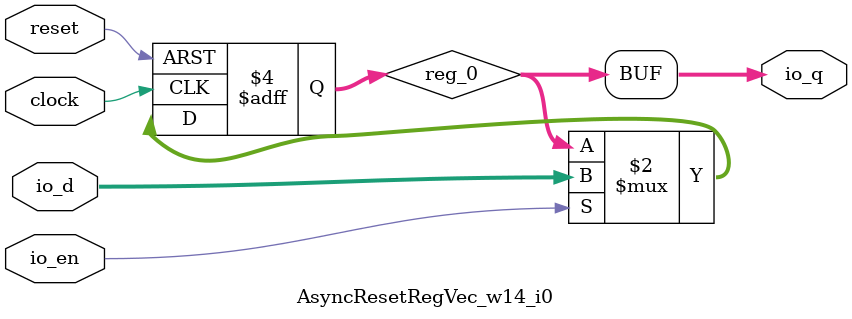
<source format=sv>
`ifndef RANDOMIZE
  `ifdef RANDOMIZE_REG_INIT
    `define RANDOMIZE
  `endif // RANDOMIZE_REG_INIT
`endif // not def RANDOMIZE
`ifndef RANDOMIZE
  `ifdef RANDOMIZE_MEM_INIT
    `define RANDOMIZE
  `endif // RANDOMIZE_MEM_INIT
`endif // not def RANDOMIZE

`ifndef RANDOM
  `define RANDOM $random
`endif // not def RANDOM

// Users can define 'PRINTF_COND' to add an extra gate to prints.
`ifndef PRINTF_COND_
  `ifdef PRINTF_COND
    `define PRINTF_COND_ (`PRINTF_COND)
  `else  // PRINTF_COND
    `define PRINTF_COND_ 1
  `endif // PRINTF_COND
`endif // not def PRINTF_COND_

// Users can define 'ASSERT_VERBOSE_COND' to add an extra gate to assert error printing.
`ifndef ASSERT_VERBOSE_COND_
  `ifdef ASSERT_VERBOSE_COND
    `define ASSERT_VERBOSE_COND_ (`ASSERT_VERBOSE_COND)
  `else  // ASSERT_VERBOSE_COND
    `define ASSERT_VERBOSE_COND_ 1
  `endif // ASSERT_VERBOSE_COND
`endif // not def ASSERT_VERBOSE_COND_

// Users can define 'STOP_COND' to add an extra gate to stop conditions.
`ifndef STOP_COND_
  `ifdef STOP_COND
    `define STOP_COND_ (`STOP_COND)
  `else  // STOP_COND
    `define STOP_COND_ 1
  `endif // STOP_COND
`endif // not def STOP_COND_

// Users can define INIT_RANDOM as general code that gets injected into the
// initializer block for modules with registers.
`ifndef INIT_RANDOM
  `define INIT_RANDOM
`endif // not def INIT_RANDOM

// If using random initialization, you can also define RANDOMIZE_DELAY to
// customize the delay used, otherwise 0.002 is used.
`ifndef RANDOMIZE_DELAY
  `define RANDOMIZE_DELAY 0.002
`endif // not def RANDOMIZE_DELAY

// Define INIT_RANDOM_PROLOG_ for use in our modules below.
`ifndef INIT_RANDOM_PROLOG_
  `ifdef RANDOMIZE
    `ifdef VERILATOR
      `define INIT_RANDOM_PROLOG_ `INIT_RANDOM
    `else  // VERILATOR
      `define INIT_RANDOM_PROLOG_ `INIT_RANDOM #`RANDOMIZE_DELAY begin end
    `endif // VERILATOR
  `else  // RANDOMIZE
    `define INIT_RANDOM_PROLOG_
  `endif // RANDOMIZE
`endif // not def INIT_RANDOM_PROLOG_

module AsyncResetRegVec_w14_i0(
  input         clock,
                reset,
  input  [13:0] io_d,
  input         io_en,
  output [13:0] io_q
);

  reg [13:0] reg_0;	// @[AsyncResetReg.scala:63:50]
  always @(posedge clock or posedge reset) begin
    if (reset)
      reg_0 <= 14'h0;	// @[AsyncResetReg.scala:63:50]
    else if (io_en)
      reg_0 <= io_d;	// @[AsyncResetReg.scala:63:50]
  end // always @(posedge, posedge)
  `ifndef SYNTHESIS
    `ifdef FIRRTL_BEFORE_INITIAL
      `FIRRTL_BEFORE_INITIAL
    `endif // FIRRTL_BEFORE_INITIAL
    logic [31:0] _RANDOM_0;
    initial begin
      `ifdef INIT_RANDOM_PROLOG_
        `INIT_RANDOM_PROLOG_
      `endif // INIT_RANDOM_PROLOG_
      `ifdef RANDOMIZE_REG_INIT
        _RANDOM_0 = `RANDOM;
        reg_0 = _RANDOM_0[13:0];	// @[AsyncResetReg.scala:63:50]
      `endif // RANDOMIZE_REG_INIT
      `ifdef RANDOMIZE
        if (reset)
          reg_0 = 14'h0;	// @[AsyncResetReg.scala:63:50]
      `endif // RANDOMIZE
    end // initial
    `ifdef FIRRTL_AFTER_INITIAL
      `FIRRTL_AFTER_INITIAL
    `endif // FIRRTL_AFTER_INITIAL
  `endif // not def SYNTHESIS
  assign io_q = reg_0;	// @[AsyncResetReg.scala:63:50]
endmodule


</source>
